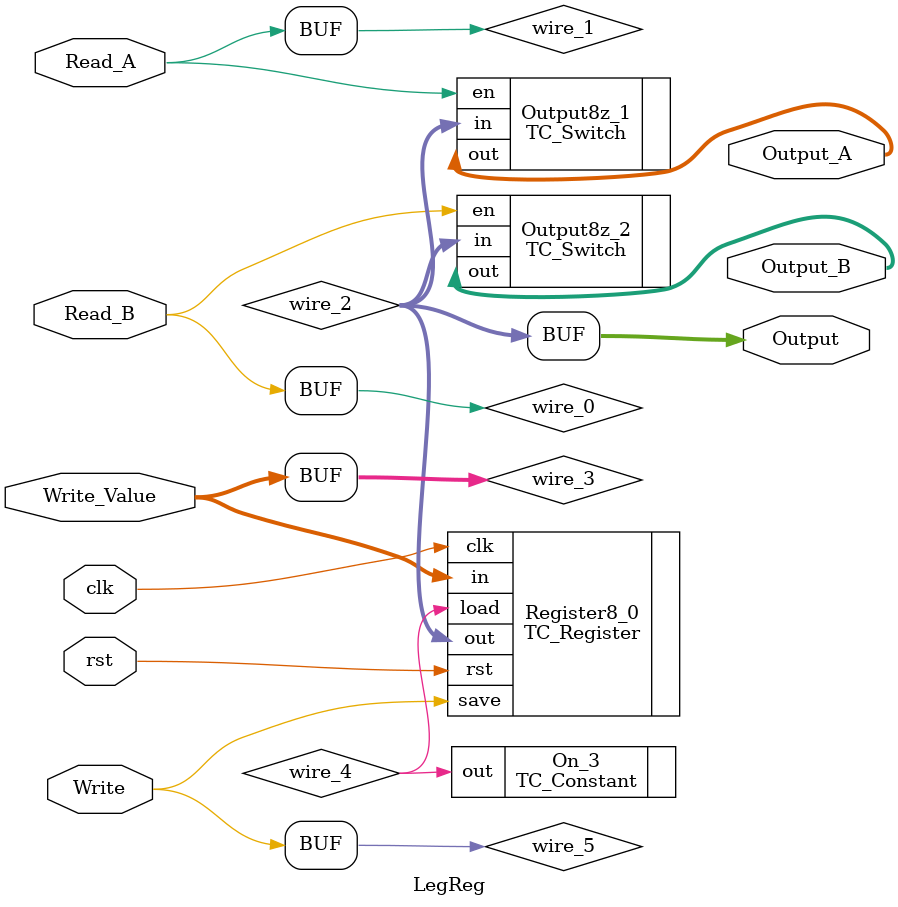
<source format=v>
module LegReg (clk, rst, Read_A, Read_B, Write, Write_Value, Output_A, Output_B, Output);
  parameter UUID = 0;
  parameter NAME = "";
  input wire clk;
  input wire rst;

  input  wire [0:0] Read_A;
  input  wire [0:0] Read_B;
  input  wire [0:0] Write;
  input  wire [7:0] Write_Value;
  output  wire [7:0] Output_A;
  output  wire [7:0] Output_B;
  output  wire [7:0] Output;

  TC_Register # (.UUID(64'd1236579485068603428 ^ UUID), .BIT_WIDTH(64'd8)) Register8_0 (.clk(clk), .rst(rst), .load(wire_4), .save(wire_5), .in(wire_3), .out(wire_2));
  TC_Switch # (.UUID(64'd3812915516421265757 ^ UUID), .BIT_WIDTH(64'd8)) Output8z_1 (.en(wire_1), .in(wire_2), .out(Output_A));
  TC_Switch # (.UUID(64'd2799681599551201979 ^ UUID), .BIT_WIDTH(64'd8)) Output8z_2 (.en(wire_0), .in(wire_2), .out(Output_B));
  TC_Constant # (.UUID(64'd2893975954531108153 ^ UUID), .BIT_WIDTH(64'd1), .value(1'd1)) On_3 (.out(wire_4));

  wire [0:0] wire_0;
  assign wire_0 = Read_B;
  wire [0:0] wire_1;
  assign wire_1 = Read_A;
  wire [7:0] wire_2;
  assign Output = wire_2;
  wire [7:0] wire_3;
  assign wire_3 = Write_Value;
  wire [0:0] wire_4;
  wire [0:0] wire_5;
  assign wire_5 = Write;

endmodule

</source>
